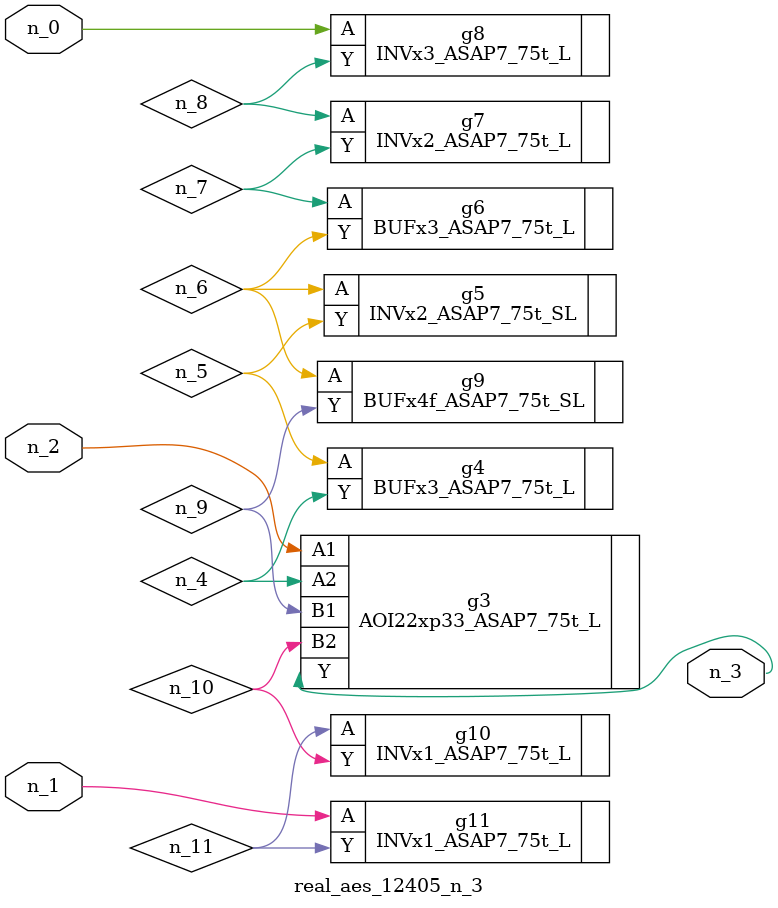
<source format=v>
module real_aes_12405_n_3 (n_0, n_2, n_1, n_3);
input n_0;
input n_2;
input n_1;
output n_3;
wire n_4;
wire n_5;
wire n_7;
wire n_9;
wire n_6;
wire n_8;
wire n_10;
wire n_11;
INVx3_ASAP7_75t_L g8 ( .A(n_0), .Y(n_8) );
INVx1_ASAP7_75t_L g11 ( .A(n_1), .Y(n_11) );
AOI22xp33_ASAP7_75t_L g3 ( .A1(n_2), .A2(n_4), .B1(n_9), .B2(n_10), .Y(n_3) );
BUFx3_ASAP7_75t_L g4 ( .A(n_5), .Y(n_4) );
INVx2_ASAP7_75t_SL g5 ( .A(n_6), .Y(n_5) );
BUFx4f_ASAP7_75t_SL g9 ( .A(n_6), .Y(n_9) );
BUFx3_ASAP7_75t_L g6 ( .A(n_7), .Y(n_6) );
INVx2_ASAP7_75t_L g7 ( .A(n_8), .Y(n_7) );
INVx1_ASAP7_75t_L g10 ( .A(n_11), .Y(n_10) );
endmodule
</source>
